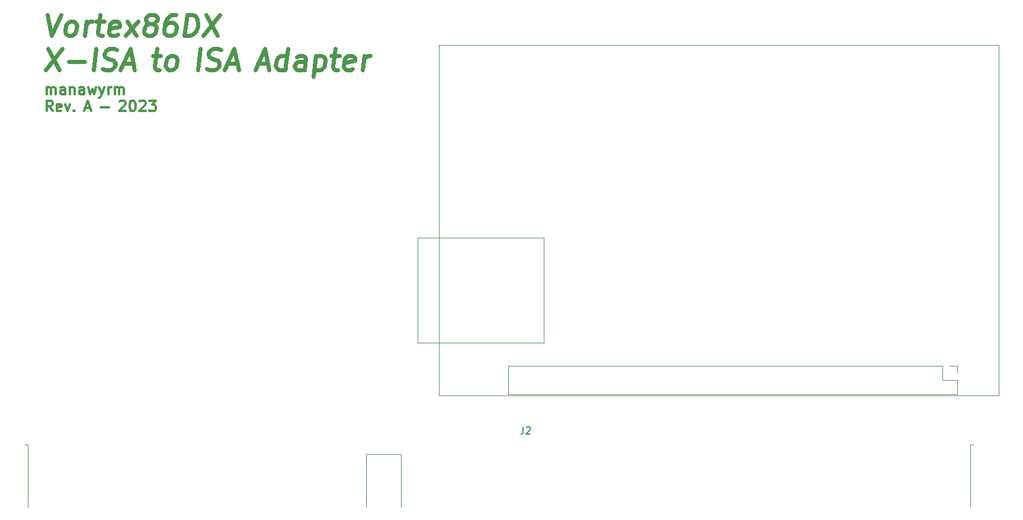
<source format=gbr>
%TF.GenerationSoftware,KiCad,Pcbnew,(7.0.0-0)*%
%TF.CreationDate,2023-03-28T15:20:33+02:00*%
%TF.ProjectId,Vortex-X-ISA-Card,566f7274-6578-42d5-982d-4953412d4361,rev?*%
%TF.SameCoordinates,Original*%
%TF.FileFunction,Legend,Top*%
%TF.FilePolarity,Positive*%
%FSLAX46Y46*%
G04 Gerber Fmt 4.6, Leading zero omitted, Abs format (unit mm)*
G04 Created by KiCad (PCBNEW (7.0.0-0)) date 2023-03-28 15:20:33*
%MOMM*%
%LPD*%
G01*
G04 APERTURE LIST*
%ADD10C,0.300000*%
%ADD11C,0.600000*%
%ADD12C,0.150000*%
%ADD13C,0.120000*%
%ADD14C,0.100000*%
G04 APERTURE END LIST*
D10*
X46077142Y-102399571D02*
X46077142Y-101399571D01*
X46077142Y-101542428D02*
X46148571Y-101471000D01*
X46148571Y-101471000D02*
X46291428Y-101399571D01*
X46291428Y-101399571D02*
X46505714Y-101399571D01*
X46505714Y-101399571D02*
X46648571Y-101471000D01*
X46648571Y-101471000D02*
X46720000Y-101613857D01*
X46720000Y-101613857D02*
X46720000Y-102399571D01*
X46720000Y-101613857D02*
X46791428Y-101471000D01*
X46791428Y-101471000D02*
X46934285Y-101399571D01*
X46934285Y-101399571D02*
X47148571Y-101399571D01*
X47148571Y-101399571D02*
X47291428Y-101471000D01*
X47291428Y-101471000D02*
X47362857Y-101613857D01*
X47362857Y-101613857D02*
X47362857Y-102399571D01*
X48720000Y-102399571D02*
X48720000Y-101613857D01*
X48720000Y-101613857D02*
X48648571Y-101471000D01*
X48648571Y-101471000D02*
X48505714Y-101399571D01*
X48505714Y-101399571D02*
X48220000Y-101399571D01*
X48220000Y-101399571D02*
X48077142Y-101471000D01*
X48720000Y-102328142D02*
X48577142Y-102399571D01*
X48577142Y-102399571D02*
X48220000Y-102399571D01*
X48220000Y-102399571D02*
X48077142Y-102328142D01*
X48077142Y-102328142D02*
X48005714Y-102185285D01*
X48005714Y-102185285D02*
X48005714Y-102042428D01*
X48005714Y-102042428D02*
X48077142Y-101899571D01*
X48077142Y-101899571D02*
X48220000Y-101828142D01*
X48220000Y-101828142D02*
X48577142Y-101828142D01*
X48577142Y-101828142D02*
X48720000Y-101756714D01*
X49434285Y-101399571D02*
X49434285Y-102399571D01*
X49434285Y-101542428D02*
X49505714Y-101471000D01*
X49505714Y-101471000D02*
X49648571Y-101399571D01*
X49648571Y-101399571D02*
X49862857Y-101399571D01*
X49862857Y-101399571D02*
X50005714Y-101471000D01*
X50005714Y-101471000D02*
X50077143Y-101613857D01*
X50077143Y-101613857D02*
X50077143Y-102399571D01*
X51434286Y-102399571D02*
X51434286Y-101613857D01*
X51434286Y-101613857D02*
X51362857Y-101471000D01*
X51362857Y-101471000D02*
X51220000Y-101399571D01*
X51220000Y-101399571D02*
X50934286Y-101399571D01*
X50934286Y-101399571D02*
X50791428Y-101471000D01*
X51434286Y-102328142D02*
X51291428Y-102399571D01*
X51291428Y-102399571D02*
X50934286Y-102399571D01*
X50934286Y-102399571D02*
X50791428Y-102328142D01*
X50791428Y-102328142D02*
X50720000Y-102185285D01*
X50720000Y-102185285D02*
X50720000Y-102042428D01*
X50720000Y-102042428D02*
X50791428Y-101899571D01*
X50791428Y-101899571D02*
X50934286Y-101828142D01*
X50934286Y-101828142D02*
X51291428Y-101828142D01*
X51291428Y-101828142D02*
X51434286Y-101756714D01*
X52005714Y-101399571D02*
X52291429Y-102399571D01*
X52291429Y-102399571D02*
X52577143Y-101685285D01*
X52577143Y-101685285D02*
X52862857Y-102399571D01*
X52862857Y-102399571D02*
X53148571Y-101399571D01*
X53577143Y-101399571D02*
X53934286Y-102399571D01*
X54291429Y-101399571D02*
X53934286Y-102399571D01*
X53934286Y-102399571D02*
X53791429Y-102756714D01*
X53791429Y-102756714D02*
X53720000Y-102828142D01*
X53720000Y-102828142D02*
X53577143Y-102899571D01*
X54862857Y-102399571D02*
X54862857Y-101399571D01*
X54862857Y-101685285D02*
X54934286Y-101542428D01*
X54934286Y-101542428D02*
X55005715Y-101471000D01*
X55005715Y-101471000D02*
X55148572Y-101399571D01*
X55148572Y-101399571D02*
X55291429Y-101399571D01*
X55791428Y-102399571D02*
X55791428Y-101399571D01*
X55791428Y-101542428D02*
X55862857Y-101471000D01*
X55862857Y-101471000D02*
X56005714Y-101399571D01*
X56005714Y-101399571D02*
X56220000Y-101399571D01*
X56220000Y-101399571D02*
X56362857Y-101471000D01*
X56362857Y-101471000D02*
X56434286Y-101613857D01*
X56434286Y-101613857D02*
X56434286Y-102399571D01*
X56434286Y-101613857D02*
X56505714Y-101471000D01*
X56505714Y-101471000D02*
X56648571Y-101399571D01*
X56648571Y-101399571D02*
X56862857Y-101399571D01*
X56862857Y-101399571D02*
X57005714Y-101471000D01*
X57005714Y-101471000D02*
X57077143Y-101613857D01*
X57077143Y-101613857D02*
X57077143Y-102399571D01*
X46934285Y-104829571D02*
X46434285Y-104115285D01*
X46077142Y-104829571D02*
X46077142Y-103329571D01*
X46077142Y-103329571D02*
X46648571Y-103329571D01*
X46648571Y-103329571D02*
X46791428Y-103401000D01*
X46791428Y-103401000D02*
X46862857Y-103472428D01*
X46862857Y-103472428D02*
X46934285Y-103615285D01*
X46934285Y-103615285D02*
X46934285Y-103829571D01*
X46934285Y-103829571D02*
X46862857Y-103972428D01*
X46862857Y-103972428D02*
X46791428Y-104043857D01*
X46791428Y-104043857D02*
X46648571Y-104115285D01*
X46648571Y-104115285D02*
X46077142Y-104115285D01*
X48148571Y-104758142D02*
X48005714Y-104829571D01*
X48005714Y-104829571D02*
X47720000Y-104829571D01*
X47720000Y-104829571D02*
X47577142Y-104758142D01*
X47577142Y-104758142D02*
X47505714Y-104615285D01*
X47505714Y-104615285D02*
X47505714Y-104043857D01*
X47505714Y-104043857D02*
X47577142Y-103901000D01*
X47577142Y-103901000D02*
X47720000Y-103829571D01*
X47720000Y-103829571D02*
X48005714Y-103829571D01*
X48005714Y-103829571D02*
X48148571Y-103901000D01*
X48148571Y-103901000D02*
X48220000Y-104043857D01*
X48220000Y-104043857D02*
X48220000Y-104186714D01*
X48220000Y-104186714D02*
X47505714Y-104329571D01*
X48719999Y-103829571D02*
X49077142Y-104829571D01*
X49077142Y-104829571D02*
X49434285Y-103829571D01*
X50005713Y-104686714D02*
X50077142Y-104758142D01*
X50077142Y-104758142D02*
X50005713Y-104829571D01*
X50005713Y-104829571D02*
X49934285Y-104758142D01*
X49934285Y-104758142D02*
X50005713Y-104686714D01*
X50005713Y-104686714D02*
X50005713Y-104829571D01*
X51548571Y-104401000D02*
X52262857Y-104401000D01*
X51405714Y-104829571D02*
X51905714Y-103329571D01*
X51905714Y-103329571D02*
X52405714Y-104829571D01*
X53805713Y-104258142D02*
X54948571Y-104258142D01*
X56491428Y-103472428D02*
X56562856Y-103401000D01*
X56562856Y-103401000D02*
X56705714Y-103329571D01*
X56705714Y-103329571D02*
X57062856Y-103329571D01*
X57062856Y-103329571D02*
X57205714Y-103401000D01*
X57205714Y-103401000D02*
X57277142Y-103472428D01*
X57277142Y-103472428D02*
X57348571Y-103615285D01*
X57348571Y-103615285D02*
X57348571Y-103758142D01*
X57348571Y-103758142D02*
X57277142Y-103972428D01*
X57277142Y-103972428D02*
X56419999Y-104829571D01*
X56419999Y-104829571D02*
X57348571Y-104829571D01*
X58277142Y-103329571D02*
X58419999Y-103329571D01*
X58419999Y-103329571D02*
X58562856Y-103401000D01*
X58562856Y-103401000D02*
X58634285Y-103472428D01*
X58634285Y-103472428D02*
X58705713Y-103615285D01*
X58705713Y-103615285D02*
X58777142Y-103901000D01*
X58777142Y-103901000D02*
X58777142Y-104258142D01*
X58777142Y-104258142D02*
X58705713Y-104543857D01*
X58705713Y-104543857D02*
X58634285Y-104686714D01*
X58634285Y-104686714D02*
X58562856Y-104758142D01*
X58562856Y-104758142D02*
X58419999Y-104829571D01*
X58419999Y-104829571D02*
X58277142Y-104829571D01*
X58277142Y-104829571D02*
X58134285Y-104758142D01*
X58134285Y-104758142D02*
X58062856Y-104686714D01*
X58062856Y-104686714D02*
X57991427Y-104543857D01*
X57991427Y-104543857D02*
X57919999Y-104258142D01*
X57919999Y-104258142D02*
X57919999Y-103901000D01*
X57919999Y-103901000D02*
X57991427Y-103615285D01*
X57991427Y-103615285D02*
X58062856Y-103472428D01*
X58062856Y-103472428D02*
X58134285Y-103401000D01*
X58134285Y-103401000D02*
X58277142Y-103329571D01*
X59348570Y-103472428D02*
X59419998Y-103401000D01*
X59419998Y-103401000D02*
X59562856Y-103329571D01*
X59562856Y-103329571D02*
X59919998Y-103329571D01*
X59919998Y-103329571D02*
X60062856Y-103401000D01*
X60062856Y-103401000D02*
X60134284Y-103472428D01*
X60134284Y-103472428D02*
X60205713Y-103615285D01*
X60205713Y-103615285D02*
X60205713Y-103758142D01*
X60205713Y-103758142D02*
X60134284Y-103972428D01*
X60134284Y-103972428D02*
X59277141Y-104829571D01*
X59277141Y-104829571D02*
X60205713Y-104829571D01*
X60705712Y-103329571D02*
X61634284Y-103329571D01*
X61634284Y-103329571D02*
X61134284Y-103901000D01*
X61134284Y-103901000D02*
X61348569Y-103901000D01*
X61348569Y-103901000D02*
X61491427Y-103972428D01*
X61491427Y-103972428D02*
X61562855Y-104043857D01*
X61562855Y-104043857D02*
X61634284Y-104186714D01*
X61634284Y-104186714D02*
X61634284Y-104543857D01*
X61634284Y-104543857D02*
X61562855Y-104686714D01*
X61562855Y-104686714D02*
X61491427Y-104758142D01*
X61491427Y-104758142D02*
X61348569Y-104829571D01*
X61348569Y-104829571D02*
X60919998Y-104829571D01*
X60919998Y-104829571D02*
X60777141Y-104758142D01*
X60777141Y-104758142D02*
X60705712Y-104686714D01*
D11*
X46144571Y-91055142D02*
X46769571Y-94055142D01*
X46769571Y-94055142D02*
X48144571Y-91055142D01*
X49198143Y-94055142D02*
X48930286Y-93912285D01*
X48930286Y-93912285D02*
X48805286Y-93769428D01*
X48805286Y-93769428D02*
X48698143Y-93483714D01*
X48698143Y-93483714D02*
X48805286Y-92626571D01*
X48805286Y-92626571D02*
X48983857Y-92340857D01*
X48983857Y-92340857D02*
X49144571Y-92198000D01*
X49144571Y-92198000D02*
X49448143Y-92055142D01*
X49448143Y-92055142D02*
X49876714Y-92055142D01*
X49876714Y-92055142D02*
X50144571Y-92198000D01*
X50144571Y-92198000D02*
X50269571Y-92340857D01*
X50269571Y-92340857D02*
X50376714Y-92626571D01*
X50376714Y-92626571D02*
X50269571Y-93483714D01*
X50269571Y-93483714D02*
X50091000Y-93769428D01*
X50091000Y-93769428D02*
X49930286Y-93912285D01*
X49930286Y-93912285D02*
X49626714Y-94055142D01*
X49626714Y-94055142D02*
X49198143Y-94055142D01*
X51483857Y-94055142D02*
X51733857Y-92055142D01*
X51662429Y-92626571D02*
X51841000Y-92340857D01*
X51841000Y-92340857D02*
X52001715Y-92198000D01*
X52001715Y-92198000D02*
X52305286Y-92055142D01*
X52305286Y-92055142D02*
X52591000Y-92055142D01*
X53162429Y-92055142D02*
X54305286Y-92055142D01*
X53716000Y-91055142D02*
X53394572Y-93626571D01*
X53394572Y-93626571D02*
X53501715Y-93912285D01*
X53501715Y-93912285D02*
X53769572Y-94055142D01*
X53769572Y-94055142D02*
X54055286Y-94055142D01*
X56216001Y-93912285D02*
X55912429Y-94055142D01*
X55912429Y-94055142D02*
X55341001Y-94055142D01*
X55341001Y-94055142D02*
X55073144Y-93912285D01*
X55073144Y-93912285D02*
X54966001Y-93626571D01*
X54966001Y-93626571D02*
X55108858Y-92483714D01*
X55108858Y-92483714D02*
X55287429Y-92198000D01*
X55287429Y-92198000D02*
X55591001Y-92055142D01*
X55591001Y-92055142D02*
X56162429Y-92055142D01*
X56162429Y-92055142D02*
X56430286Y-92198000D01*
X56430286Y-92198000D02*
X56537429Y-92483714D01*
X56537429Y-92483714D02*
X56501715Y-92769428D01*
X56501715Y-92769428D02*
X55037429Y-93055142D01*
X57341001Y-94055142D02*
X59162430Y-92055142D01*
X57591001Y-92055142D02*
X58912430Y-94055142D01*
X60698144Y-92340857D02*
X60430286Y-92198000D01*
X60430286Y-92198000D02*
X60305286Y-92055142D01*
X60305286Y-92055142D02*
X60198144Y-91769428D01*
X60198144Y-91769428D02*
X60216001Y-91626571D01*
X60216001Y-91626571D02*
X60394572Y-91340857D01*
X60394572Y-91340857D02*
X60555286Y-91198000D01*
X60555286Y-91198000D02*
X60858858Y-91055142D01*
X60858858Y-91055142D02*
X61430286Y-91055142D01*
X61430286Y-91055142D02*
X61698144Y-91198000D01*
X61698144Y-91198000D02*
X61823144Y-91340857D01*
X61823144Y-91340857D02*
X61930286Y-91626571D01*
X61930286Y-91626571D02*
X61912429Y-91769428D01*
X61912429Y-91769428D02*
X61733858Y-92055142D01*
X61733858Y-92055142D02*
X61573144Y-92198000D01*
X61573144Y-92198000D02*
X61269572Y-92340857D01*
X61269572Y-92340857D02*
X60698144Y-92340857D01*
X60698144Y-92340857D02*
X60394572Y-92483714D01*
X60394572Y-92483714D02*
X60233858Y-92626571D01*
X60233858Y-92626571D02*
X60055286Y-92912285D01*
X60055286Y-92912285D02*
X59983858Y-93483714D01*
X59983858Y-93483714D02*
X60091001Y-93769428D01*
X60091001Y-93769428D02*
X60216001Y-93912285D01*
X60216001Y-93912285D02*
X60483858Y-94055142D01*
X60483858Y-94055142D02*
X61055286Y-94055142D01*
X61055286Y-94055142D02*
X61358858Y-93912285D01*
X61358858Y-93912285D02*
X61519572Y-93769428D01*
X61519572Y-93769428D02*
X61698144Y-93483714D01*
X61698144Y-93483714D02*
X61769572Y-92912285D01*
X61769572Y-92912285D02*
X61662429Y-92626571D01*
X61662429Y-92626571D02*
X61537429Y-92483714D01*
X61537429Y-92483714D02*
X61269572Y-92340857D01*
X64573144Y-91055142D02*
X64001715Y-91055142D01*
X64001715Y-91055142D02*
X63698144Y-91198000D01*
X63698144Y-91198000D02*
X63537429Y-91340857D01*
X63537429Y-91340857D02*
X63198144Y-91769428D01*
X63198144Y-91769428D02*
X62983858Y-92340857D01*
X62983858Y-92340857D02*
X62841001Y-93483714D01*
X62841001Y-93483714D02*
X62948144Y-93769428D01*
X62948144Y-93769428D02*
X63073144Y-93912285D01*
X63073144Y-93912285D02*
X63341001Y-94055142D01*
X63341001Y-94055142D02*
X63912429Y-94055142D01*
X63912429Y-94055142D02*
X64216001Y-93912285D01*
X64216001Y-93912285D02*
X64376715Y-93769428D01*
X64376715Y-93769428D02*
X64555287Y-93483714D01*
X64555287Y-93483714D02*
X64644572Y-92769428D01*
X64644572Y-92769428D02*
X64537429Y-92483714D01*
X64537429Y-92483714D02*
X64412429Y-92340857D01*
X64412429Y-92340857D02*
X64144572Y-92198000D01*
X64144572Y-92198000D02*
X63573144Y-92198000D01*
X63573144Y-92198000D02*
X63269572Y-92340857D01*
X63269572Y-92340857D02*
X63108858Y-92483714D01*
X63108858Y-92483714D02*
X62930287Y-92769428D01*
X65769572Y-94055142D02*
X66144572Y-91055142D01*
X66144572Y-91055142D02*
X66858858Y-91055142D01*
X66858858Y-91055142D02*
X67269572Y-91198000D01*
X67269572Y-91198000D02*
X67519572Y-91483714D01*
X67519572Y-91483714D02*
X67626715Y-91769428D01*
X67626715Y-91769428D02*
X67698144Y-92340857D01*
X67698144Y-92340857D02*
X67644572Y-92769428D01*
X67644572Y-92769428D02*
X67430287Y-93340857D01*
X67430287Y-93340857D02*
X67251715Y-93626571D01*
X67251715Y-93626571D02*
X66930287Y-93912285D01*
X66930287Y-93912285D02*
X66483858Y-94055142D01*
X66483858Y-94055142D02*
X65769572Y-94055142D01*
X68858858Y-91055142D02*
X70483858Y-94055142D01*
X70858858Y-91055142D02*
X68483858Y-94055142D01*
X46287428Y-95915142D02*
X47912428Y-98915142D01*
X48287428Y-95915142D02*
X45912428Y-98915142D01*
X49198143Y-97772285D02*
X51483857Y-97772285D01*
X52769571Y-98915142D02*
X53144571Y-95915142D01*
X54073142Y-98772285D02*
X54483857Y-98915142D01*
X54483857Y-98915142D02*
X55198142Y-98915142D01*
X55198142Y-98915142D02*
X55501714Y-98772285D01*
X55501714Y-98772285D02*
X55662428Y-98629428D01*
X55662428Y-98629428D02*
X55841000Y-98343714D01*
X55841000Y-98343714D02*
X55876714Y-98058000D01*
X55876714Y-98058000D02*
X55769571Y-97772285D01*
X55769571Y-97772285D02*
X55644571Y-97629428D01*
X55644571Y-97629428D02*
X55376714Y-97486571D01*
X55376714Y-97486571D02*
X54823142Y-97343714D01*
X54823142Y-97343714D02*
X54555285Y-97200857D01*
X54555285Y-97200857D02*
X54430285Y-97058000D01*
X54430285Y-97058000D02*
X54323142Y-96772285D01*
X54323142Y-96772285D02*
X54358857Y-96486571D01*
X54358857Y-96486571D02*
X54537428Y-96200857D01*
X54537428Y-96200857D02*
X54698142Y-96058000D01*
X54698142Y-96058000D02*
X55001714Y-95915142D01*
X55001714Y-95915142D02*
X55716000Y-95915142D01*
X55716000Y-95915142D02*
X56126714Y-96058000D01*
X57019571Y-98058000D02*
X58448143Y-98058000D01*
X56626714Y-98915142D02*
X58001714Y-95915142D01*
X58001714Y-95915142D02*
X58626714Y-98915142D01*
X61248143Y-96915142D02*
X62391000Y-96915142D01*
X61801714Y-95915142D02*
X61480286Y-98486571D01*
X61480286Y-98486571D02*
X61587429Y-98772285D01*
X61587429Y-98772285D02*
X61855286Y-98915142D01*
X61855286Y-98915142D02*
X62141000Y-98915142D01*
X63569572Y-98915142D02*
X63301715Y-98772285D01*
X63301715Y-98772285D02*
X63176715Y-98629428D01*
X63176715Y-98629428D02*
X63069572Y-98343714D01*
X63069572Y-98343714D02*
X63176715Y-97486571D01*
X63176715Y-97486571D02*
X63355286Y-97200857D01*
X63355286Y-97200857D02*
X63516000Y-97058000D01*
X63516000Y-97058000D02*
X63819572Y-96915142D01*
X63819572Y-96915142D02*
X64248143Y-96915142D01*
X64248143Y-96915142D02*
X64516000Y-97058000D01*
X64516000Y-97058000D02*
X64641000Y-97200857D01*
X64641000Y-97200857D02*
X64748143Y-97486571D01*
X64748143Y-97486571D02*
X64641000Y-98343714D01*
X64641000Y-98343714D02*
X64462429Y-98629428D01*
X64462429Y-98629428D02*
X64301715Y-98772285D01*
X64301715Y-98772285D02*
X63998143Y-98915142D01*
X63998143Y-98915142D02*
X63569572Y-98915142D01*
X67655286Y-98915142D02*
X68030286Y-95915142D01*
X68958857Y-98772285D02*
X69369572Y-98915142D01*
X69369572Y-98915142D02*
X70083857Y-98915142D01*
X70083857Y-98915142D02*
X70387429Y-98772285D01*
X70387429Y-98772285D02*
X70548143Y-98629428D01*
X70548143Y-98629428D02*
X70726715Y-98343714D01*
X70726715Y-98343714D02*
X70762429Y-98058000D01*
X70762429Y-98058000D02*
X70655286Y-97772285D01*
X70655286Y-97772285D02*
X70530286Y-97629428D01*
X70530286Y-97629428D02*
X70262429Y-97486571D01*
X70262429Y-97486571D02*
X69708857Y-97343714D01*
X69708857Y-97343714D02*
X69441000Y-97200857D01*
X69441000Y-97200857D02*
X69316000Y-97058000D01*
X69316000Y-97058000D02*
X69208857Y-96772285D01*
X69208857Y-96772285D02*
X69244572Y-96486571D01*
X69244572Y-96486571D02*
X69423143Y-96200857D01*
X69423143Y-96200857D02*
X69583857Y-96058000D01*
X69583857Y-96058000D02*
X69887429Y-95915142D01*
X69887429Y-95915142D02*
X70601715Y-95915142D01*
X70601715Y-95915142D02*
X71012429Y-96058000D01*
X71905286Y-98058000D02*
X73333858Y-98058000D01*
X71512429Y-98915142D02*
X72887429Y-95915142D01*
X72887429Y-95915142D02*
X73512429Y-98915142D01*
X76276715Y-98058000D02*
X77705287Y-98058000D01*
X75883858Y-98915142D02*
X77258858Y-95915142D01*
X77258858Y-95915142D02*
X77883858Y-98915142D01*
X80169573Y-98915142D02*
X80544573Y-95915142D01*
X80187430Y-98772285D02*
X79883858Y-98915142D01*
X79883858Y-98915142D02*
X79312430Y-98915142D01*
X79312430Y-98915142D02*
X79044573Y-98772285D01*
X79044573Y-98772285D02*
X78919573Y-98629428D01*
X78919573Y-98629428D02*
X78812430Y-98343714D01*
X78812430Y-98343714D02*
X78919573Y-97486571D01*
X78919573Y-97486571D02*
X79098144Y-97200857D01*
X79098144Y-97200857D02*
X79258858Y-97058000D01*
X79258858Y-97058000D02*
X79562430Y-96915142D01*
X79562430Y-96915142D02*
X80133858Y-96915142D01*
X80133858Y-96915142D02*
X80401716Y-97058000D01*
X82883859Y-98915142D02*
X83080287Y-97343714D01*
X83080287Y-97343714D02*
X82973144Y-97058000D01*
X82973144Y-97058000D02*
X82705287Y-96915142D01*
X82705287Y-96915142D02*
X82133859Y-96915142D01*
X82133859Y-96915142D02*
X81830287Y-97058000D01*
X82901716Y-98772285D02*
X82598144Y-98915142D01*
X82598144Y-98915142D02*
X81883859Y-98915142D01*
X81883859Y-98915142D02*
X81616002Y-98772285D01*
X81616002Y-98772285D02*
X81508859Y-98486571D01*
X81508859Y-98486571D02*
X81544573Y-98200857D01*
X81544573Y-98200857D02*
X81723144Y-97915142D01*
X81723144Y-97915142D02*
X82026716Y-97772285D01*
X82026716Y-97772285D02*
X82741002Y-97772285D01*
X82741002Y-97772285D02*
X83044573Y-97629428D01*
X84562430Y-96915142D02*
X84187430Y-99915142D01*
X84544573Y-97058000D02*
X84848145Y-96915142D01*
X84848145Y-96915142D02*
X85419573Y-96915142D01*
X85419573Y-96915142D02*
X85687430Y-97058000D01*
X85687430Y-97058000D02*
X85812430Y-97200857D01*
X85812430Y-97200857D02*
X85919573Y-97486571D01*
X85919573Y-97486571D02*
X85812430Y-98343714D01*
X85812430Y-98343714D02*
X85633859Y-98629428D01*
X85633859Y-98629428D02*
X85473145Y-98772285D01*
X85473145Y-98772285D02*
X85169573Y-98915142D01*
X85169573Y-98915142D02*
X84598145Y-98915142D01*
X84598145Y-98915142D02*
X84330288Y-98772285D01*
X86741002Y-96915142D02*
X87883859Y-96915142D01*
X87294573Y-95915142D02*
X86973145Y-98486571D01*
X86973145Y-98486571D02*
X87080288Y-98772285D01*
X87080288Y-98772285D02*
X87348145Y-98915142D01*
X87348145Y-98915142D02*
X87633859Y-98915142D01*
X89794574Y-98772285D02*
X89491002Y-98915142D01*
X89491002Y-98915142D02*
X88919574Y-98915142D01*
X88919574Y-98915142D02*
X88651717Y-98772285D01*
X88651717Y-98772285D02*
X88544574Y-98486571D01*
X88544574Y-98486571D02*
X88687431Y-97343714D01*
X88687431Y-97343714D02*
X88866002Y-97058000D01*
X88866002Y-97058000D02*
X89169574Y-96915142D01*
X89169574Y-96915142D02*
X89741002Y-96915142D01*
X89741002Y-96915142D02*
X90008859Y-97058000D01*
X90008859Y-97058000D02*
X90116002Y-97343714D01*
X90116002Y-97343714D02*
X90080288Y-97629428D01*
X90080288Y-97629428D02*
X88616002Y-97915142D01*
X91205288Y-98915142D02*
X91455288Y-96915142D01*
X91383860Y-97486571D02*
X91562431Y-97200857D01*
X91562431Y-97200857D02*
X91723146Y-97058000D01*
X91723146Y-97058000D02*
X92026717Y-96915142D01*
X92026717Y-96915142D02*
X92312431Y-96915142D01*
D12*
%TO.C,J2*%
X114206666Y-149917380D02*
X114206666Y-150631666D01*
X114206666Y-150631666D02*
X114159047Y-150774523D01*
X114159047Y-150774523D02*
X114063809Y-150869761D01*
X114063809Y-150869761D02*
X113920952Y-150917380D01*
X113920952Y-150917380D02*
X113825714Y-150917380D01*
X114635238Y-150012619D02*
X114682857Y-149965000D01*
X114682857Y-149965000D02*
X114778095Y-149917380D01*
X114778095Y-149917380D02*
X115016190Y-149917380D01*
X115016190Y-149917380D02*
X115111428Y-149965000D01*
X115111428Y-149965000D02*
X115159047Y-150012619D01*
X115159047Y-150012619D02*
X115206666Y-150107857D01*
X115206666Y-150107857D02*
X115206666Y-150203095D01*
X115206666Y-150203095D02*
X115159047Y-150345952D01*
X115159047Y-150345952D02*
X114587619Y-150917380D01*
X114587619Y-150917380D02*
X115206666Y-150917380D01*
D13*
X43350000Y-152440000D02*
X42950000Y-152440000D01*
X43350000Y-161390000D02*
X43350000Y-152440000D01*
X91750000Y-153790000D02*
X96700000Y-153790000D01*
X91750000Y-161390000D02*
X91750000Y-153790000D01*
X96700000Y-153790000D02*
X96700000Y-161390000D01*
X178100000Y-152440000D02*
X178500000Y-152440000D01*
X178100000Y-161390000D02*
X178100000Y-152440000D01*
%TO.C,U1*%
X112072000Y-141180000D02*
X112072000Y-145300000D01*
X174132000Y-141180000D02*
X112072000Y-141180000D01*
X174132000Y-141180000D02*
X174132000Y-143240000D01*
X174132000Y-143240000D02*
X176192000Y-143240000D01*
X175132000Y-141180000D02*
X176192000Y-141180000D01*
X176192000Y-141180000D02*
X176192000Y-142240000D01*
X176192000Y-143240000D02*
X176192000Y-145300000D01*
X176192000Y-145300000D02*
X112072000Y-145300000D01*
D14*
X99132000Y-137940000D02*
X117132000Y-137940000D01*
X117132000Y-137940000D02*
X117132000Y-122940000D01*
X117132000Y-122940000D02*
X99132000Y-122940000D01*
X99132000Y-122940000D02*
X99132000Y-137940000D01*
X102132000Y-95440000D02*
X182132000Y-95440000D01*
X182132000Y-95440000D02*
X182132000Y-145440000D01*
X182132000Y-145440000D02*
X102132000Y-145440000D01*
X102132000Y-145440000D02*
X102132000Y-95440000D01*
%TD*%
M02*

</source>
